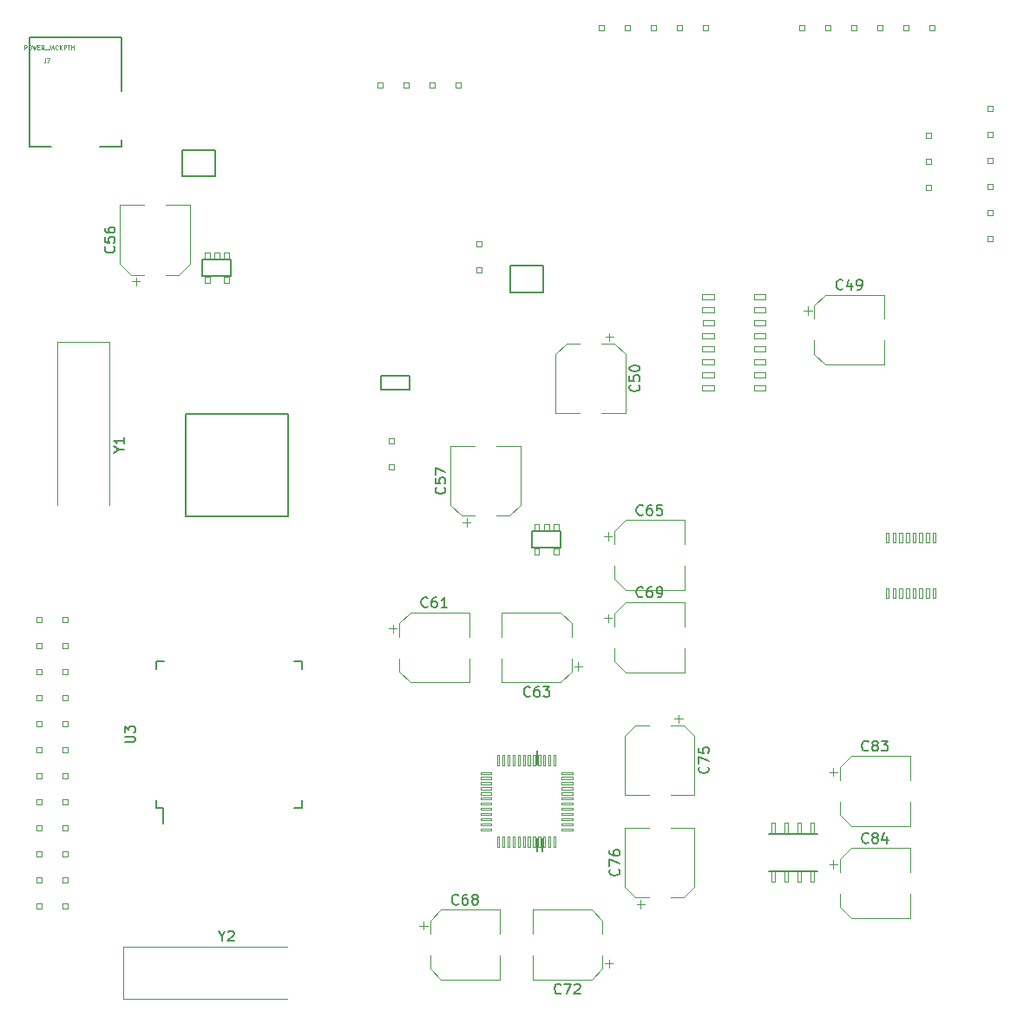
<source format=gbr>
G04 #@! TF.GenerationSoftware,KiCad,Pcbnew,5.0.2-bee76a0~70~ubuntu18.04.1*
G04 #@! TF.CreationDate,2019-12-02T21:21:03-05:00*
G04 #@! TF.ProjectId,synth-wavetable,73796e74-682d-4776-9176-657461626c65,rev?*
G04 #@! TF.SameCoordinates,Original*
G04 #@! TF.FileFunction,Legend,Top*
G04 #@! TF.FilePolarity,Positive*
%FSLAX46Y46*%
G04 Gerber Fmt 4.6, Leading zero omitted, Abs format (unit mm)*
G04 Created by KiCad (PCBNEW 5.0.2-bee76a0~70~ubuntu18.04.1) date Mon 02 Dec 2019 09:21:03 PM EST*
%MOMM*%
%LPD*%
G01*
G04 APERTURE LIST*
%ADD10C,0.120000*%
%ADD11C,0.066040*%
%ADD12C,0.203200*%
%ADD13C,0.150000*%
%ADD14C,0.152400*%
%ADD15C,0.127000*%
%ADD16C,0.025400*%
G04 APERTURE END LIST*
D10*
G04 #@! TO.C,C49*
X85910000Y-35160000D02*
X85910000Y-32810000D01*
X85910000Y-28340000D02*
X85910000Y-30690000D01*
X80154437Y-28340000D02*
X85910000Y-28340000D01*
X80154437Y-35160000D02*
X85910000Y-35160000D01*
X79090000Y-34095563D02*
X79090000Y-32810000D01*
X79090000Y-29404437D02*
X79090000Y-30690000D01*
X79090000Y-29404437D02*
X80154437Y-28340000D01*
X79090000Y-34095563D02*
X80154437Y-35160000D01*
X78062500Y-29902500D02*
X78850000Y-29902500D01*
X78456250Y-29508750D02*
X78456250Y-30296250D01*
G04 #@! TO.C,C50*
X53840000Y-39910000D02*
X56190000Y-39910000D01*
X60660000Y-39910000D02*
X58310000Y-39910000D01*
X60660000Y-34154437D02*
X60660000Y-39910000D01*
X53840000Y-34154437D02*
X53840000Y-39910000D01*
X54904437Y-33090000D02*
X56190000Y-33090000D01*
X59595563Y-33090000D02*
X58310000Y-33090000D01*
X59595563Y-33090000D02*
X60660000Y-34154437D01*
X54904437Y-33090000D02*
X53840000Y-34154437D01*
X59097500Y-32062500D02*
X59097500Y-32850000D01*
X59491250Y-32456250D02*
X58703750Y-32456250D01*
G04 #@! TO.C,C56*
X12508750Y-27043750D02*
X13296250Y-27043750D01*
X12902500Y-27437500D02*
X12902500Y-26650000D01*
X17095563Y-26410000D02*
X18160000Y-25345563D01*
X12404437Y-26410000D02*
X11340000Y-25345563D01*
X12404437Y-26410000D02*
X13690000Y-26410000D01*
X17095563Y-26410000D02*
X15810000Y-26410000D01*
X18160000Y-25345563D02*
X18160000Y-19590000D01*
X11340000Y-25345563D02*
X11340000Y-19590000D01*
X11340000Y-19590000D02*
X13690000Y-19590000D01*
X18160000Y-19590000D02*
X15810000Y-19590000D01*
G04 #@! TO.C,C57*
X50410000Y-43090000D02*
X48060000Y-43090000D01*
X43590000Y-43090000D02*
X45940000Y-43090000D01*
X43590000Y-48845563D02*
X43590000Y-43090000D01*
X50410000Y-48845563D02*
X50410000Y-43090000D01*
X49345563Y-49910000D02*
X48060000Y-49910000D01*
X44654437Y-49910000D02*
X45940000Y-49910000D01*
X44654437Y-49910000D02*
X43590000Y-48845563D01*
X49345563Y-49910000D02*
X50410000Y-48845563D01*
X45152500Y-50937500D02*
X45152500Y-50150000D01*
X44758750Y-50543750D02*
X45546250Y-50543750D01*
G04 #@! TO.C,C61*
X37956250Y-60508750D02*
X37956250Y-61296250D01*
X37562500Y-60902500D02*
X38350000Y-60902500D01*
X38590000Y-65095563D02*
X39654437Y-66160000D01*
X38590000Y-60404437D02*
X39654437Y-59340000D01*
X38590000Y-60404437D02*
X38590000Y-61690000D01*
X38590000Y-65095563D02*
X38590000Y-63810000D01*
X39654437Y-66160000D02*
X45410000Y-66160000D01*
X39654437Y-59340000D02*
X45410000Y-59340000D01*
X45410000Y-59340000D02*
X45410000Y-61690000D01*
X45410000Y-66160000D02*
X45410000Y-63810000D01*
G04 #@! TO.C,C63*
X56043750Y-64991250D02*
X56043750Y-64203750D01*
X56437500Y-64597500D02*
X55650000Y-64597500D01*
X55410000Y-60404437D02*
X54345563Y-59340000D01*
X55410000Y-65095563D02*
X54345563Y-66160000D01*
X55410000Y-65095563D02*
X55410000Y-63810000D01*
X55410000Y-60404437D02*
X55410000Y-61690000D01*
X54345563Y-59340000D02*
X48590000Y-59340000D01*
X54345563Y-66160000D02*
X48590000Y-66160000D01*
X48590000Y-66160000D02*
X48590000Y-63810000D01*
X48590000Y-59340000D02*
X48590000Y-61690000D01*
G04 #@! TO.C,C65*
X66410000Y-57160000D02*
X66410000Y-54810000D01*
X66410000Y-50340000D02*
X66410000Y-52690000D01*
X60654437Y-50340000D02*
X66410000Y-50340000D01*
X60654437Y-57160000D02*
X66410000Y-57160000D01*
X59590000Y-56095563D02*
X59590000Y-54810000D01*
X59590000Y-51404437D02*
X59590000Y-52690000D01*
X59590000Y-51404437D02*
X60654437Y-50340000D01*
X59590000Y-56095563D02*
X60654437Y-57160000D01*
X58562500Y-51902500D02*
X59350000Y-51902500D01*
X58956250Y-51508750D02*
X58956250Y-52296250D01*
G04 #@! TO.C,C68*
X48410000Y-95160000D02*
X48410000Y-92810000D01*
X48410000Y-88340000D02*
X48410000Y-90690000D01*
X42654437Y-88340000D02*
X48410000Y-88340000D01*
X42654437Y-95160000D02*
X48410000Y-95160000D01*
X41590000Y-94095563D02*
X41590000Y-92810000D01*
X41590000Y-89404437D02*
X41590000Y-90690000D01*
X41590000Y-89404437D02*
X42654437Y-88340000D01*
X41590000Y-94095563D02*
X42654437Y-95160000D01*
X40562500Y-89902500D02*
X41350000Y-89902500D01*
X40956250Y-89508750D02*
X40956250Y-90296250D01*
G04 #@! TO.C,C69*
X58956250Y-59508750D02*
X58956250Y-60296250D01*
X58562500Y-59902500D02*
X59350000Y-59902500D01*
X59590000Y-64095563D02*
X60654437Y-65160000D01*
X59590000Y-59404437D02*
X60654437Y-58340000D01*
X59590000Y-59404437D02*
X59590000Y-60690000D01*
X59590000Y-64095563D02*
X59590000Y-62810000D01*
X60654437Y-65160000D02*
X66410000Y-65160000D01*
X60654437Y-58340000D02*
X66410000Y-58340000D01*
X66410000Y-58340000D02*
X66410000Y-60690000D01*
X66410000Y-65160000D02*
X66410000Y-62810000D01*
G04 #@! TO.C,C72*
X59043750Y-93991250D02*
X59043750Y-93203750D01*
X59437500Y-93597500D02*
X58650000Y-93597500D01*
X58410000Y-89404437D02*
X57345563Y-88340000D01*
X58410000Y-94095563D02*
X57345563Y-95160000D01*
X58410000Y-94095563D02*
X58410000Y-92810000D01*
X58410000Y-89404437D02*
X58410000Y-90690000D01*
X57345563Y-88340000D02*
X51590000Y-88340000D01*
X57345563Y-95160000D02*
X51590000Y-95160000D01*
X51590000Y-95160000D02*
X51590000Y-92810000D01*
X51590000Y-88340000D02*
X51590000Y-90690000D01*
G04 #@! TO.C,C75*
X66241250Y-69706250D02*
X65453750Y-69706250D01*
X65847500Y-69312500D02*
X65847500Y-70100000D01*
X61654437Y-70340000D02*
X60590000Y-71404437D01*
X66345563Y-70340000D02*
X67410000Y-71404437D01*
X66345563Y-70340000D02*
X65060000Y-70340000D01*
X61654437Y-70340000D02*
X62940000Y-70340000D01*
X60590000Y-71404437D02*
X60590000Y-77160000D01*
X67410000Y-71404437D02*
X67410000Y-77160000D01*
X67410000Y-77160000D02*
X65060000Y-77160000D01*
X60590000Y-77160000D02*
X62940000Y-77160000D01*
G04 #@! TO.C,C76*
X67410000Y-80340000D02*
X65060000Y-80340000D01*
X60590000Y-80340000D02*
X62940000Y-80340000D01*
X60590000Y-86095563D02*
X60590000Y-80340000D01*
X67410000Y-86095563D02*
X67410000Y-80340000D01*
X66345563Y-87160000D02*
X65060000Y-87160000D01*
X61654437Y-87160000D02*
X62940000Y-87160000D01*
X61654437Y-87160000D02*
X60590000Y-86095563D01*
X66345563Y-87160000D02*
X67410000Y-86095563D01*
X62152500Y-88187500D02*
X62152500Y-87400000D01*
X61758750Y-87793750D02*
X62546250Y-87793750D01*
G04 #@! TO.C,C83*
X88410000Y-80160000D02*
X88410000Y-77810000D01*
X88410000Y-73340000D02*
X88410000Y-75690000D01*
X82654437Y-73340000D02*
X88410000Y-73340000D01*
X82654437Y-80160000D02*
X88410000Y-80160000D01*
X81590000Y-79095563D02*
X81590000Y-77810000D01*
X81590000Y-74404437D02*
X81590000Y-75690000D01*
X81590000Y-74404437D02*
X82654437Y-73340000D01*
X81590000Y-79095563D02*
X82654437Y-80160000D01*
X80562500Y-74902500D02*
X81350000Y-74902500D01*
X80956250Y-74508750D02*
X80956250Y-75296250D01*
G04 #@! TO.C,C84*
X80956250Y-83508750D02*
X80956250Y-84296250D01*
X80562500Y-83902500D02*
X81350000Y-83902500D01*
X81590000Y-88095563D02*
X82654437Y-89160000D01*
X81590000Y-83404437D02*
X82654437Y-82340000D01*
X81590000Y-83404437D02*
X81590000Y-84690000D01*
X81590000Y-88095563D02*
X81590000Y-86810000D01*
X82654437Y-89160000D02*
X88410000Y-89160000D01*
X82654437Y-82340000D02*
X88410000Y-82340000D01*
X88410000Y-82340000D02*
X88410000Y-84690000D01*
X88410000Y-89160000D02*
X88410000Y-86810000D01*
D11*
G04 #@! TO.C,J1*
X68246000Y-2504000D02*
X68754000Y-2504000D01*
X68754000Y-2504000D02*
X68754000Y-1996000D01*
X68246000Y-1996000D02*
X68754000Y-1996000D01*
X68246000Y-2504000D02*
X68246000Y-1996000D01*
X65706000Y-2504000D02*
X66214000Y-2504000D01*
X66214000Y-2504000D02*
X66214000Y-1996000D01*
X65706000Y-1996000D02*
X66214000Y-1996000D01*
X65706000Y-2504000D02*
X65706000Y-1996000D01*
X63166000Y-2504000D02*
X63674000Y-2504000D01*
X63674000Y-2504000D02*
X63674000Y-1996000D01*
X63166000Y-1996000D02*
X63674000Y-1996000D01*
X63166000Y-2504000D02*
X63166000Y-1996000D01*
X60626000Y-2504000D02*
X61134000Y-2504000D01*
X61134000Y-2504000D02*
X61134000Y-1996000D01*
X60626000Y-1996000D02*
X61134000Y-1996000D01*
X60626000Y-2504000D02*
X60626000Y-1996000D01*
X58086000Y-2504000D02*
X58594000Y-2504000D01*
X58594000Y-2504000D02*
X58594000Y-1996000D01*
X58086000Y-1996000D02*
X58594000Y-1996000D01*
X58086000Y-2504000D02*
X58086000Y-1996000D01*
G04 #@! TO.C,J3*
X46654000Y-26194000D02*
X46146000Y-26194000D01*
X46146000Y-26194000D02*
X46146000Y-25686000D01*
X46654000Y-25686000D02*
X46146000Y-25686000D01*
X46654000Y-26194000D02*
X46654000Y-25686000D01*
X46654000Y-23654000D02*
X46146000Y-23654000D01*
X46146000Y-23654000D02*
X46146000Y-23146000D01*
X46654000Y-23146000D02*
X46146000Y-23146000D01*
X46654000Y-23654000D02*
X46654000Y-23146000D01*
G04 #@! TO.C,J4*
X37546000Y-44886000D02*
X37546000Y-45394000D01*
X37546000Y-45394000D02*
X38054000Y-45394000D01*
X38054000Y-44886000D02*
X38054000Y-45394000D01*
X37546000Y-44886000D02*
X38054000Y-44886000D01*
X37546000Y-42346000D02*
X37546000Y-42854000D01*
X37546000Y-42854000D02*
X38054000Y-42854000D01*
X38054000Y-42346000D02*
X38054000Y-42854000D01*
X37546000Y-42346000D02*
X38054000Y-42346000D01*
G04 #@! TO.C,J5*
X90286000Y-2504000D02*
X90794000Y-2504000D01*
X90794000Y-2504000D02*
X90794000Y-1996000D01*
X90286000Y-1996000D02*
X90794000Y-1996000D01*
X90286000Y-2504000D02*
X90286000Y-1996000D01*
X87746000Y-2504000D02*
X88254000Y-2504000D01*
X88254000Y-2504000D02*
X88254000Y-1996000D01*
X87746000Y-1996000D02*
X88254000Y-1996000D01*
X87746000Y-2504000D02*
X87746000Y-1996000D01*
X85206000Y-2504000D02*
X85714000Y-2504000D01*
X85714000Y-2504000D02*
X85714000Y-1996000D01*
X85206000Y-1996000D02*
X85714000Y-1996000D01*
X85206000Y-2504000D02*
X85206000Y-1996000D01*
X82666000Y-2504000D02*
X83174000Y-2504000D01*
X83174000Y-2504000D02*
X83174000Y-1996000D01*
X82666000Y-1996000D02*
X83174000Y-1996000D01*
X82666000Y-2504000D02*
X82666000Y-1996000D01*
X80126000Y-2504000D02*
X80634000Y-2504000D01*
X80634000Y-2504000D02*
X80634000Y-1996000D01*
X80126000Y-1996000D02*
X80634000Y-1996000D01*
X80126000Y-2504000D02*
X80126000Y-1996000D01*
X77586000Y-2504000D02*
X78094000Y-2504000D01*
X78094000Y-2504000D02*
X78094000Y-1996000D01*
X77586000Y-1996000D02*
X78094000Y-1996000D01*
X77586000Y-2504000D02*
X77586000Y-1996000D01*
D12*
G04 #@! TO.C,U1*
X17751280Y-40001280D02*
X27748720Y-40001280D01*
X27748720Y-40001280D02*
X27748720Y-49998720D01*
X27748720Y-49998720D02*
X17751280Y-49998720D01*
X17751280Y-49998720D02*
X17751280Y-40001280D01*
D13*
G04 #@! TO.C,U3*
X14875000Y-78375000D02*
X15525000Y-78375000D01*
X14875000Y-64125000D02*
X15635000Y-64125000D01*
X29125000Y-64125000D02*
X28365000Y-64125000D01*
X29125000Y-78375000D02*
X28365000Y-78375000D01*
X14875000Y-78375000D02*
X14875000Y-77615000D01*
X29125000Y-78375000D02*
X29125000Y-77615000D01*
X29125000Y-64125000D02*
X29125000Y-64885000D01*
X14875000Y-64125000D02*
X14875000Y-64885000D01*
X15525000Y-78375000D02*
X15525000Y-79900000D01*
D14*
G04 #@! TO.C,U7*
X22199580Y-26499620D02*
X22199580Y-24904500D01*
X19400500Y-26499620D02*
X19400500Y-24904500D01*
X22199580Y-26499620D02*
X19400500Y-26499620D01*
X19400500Y-24904500D02*
X22199580Y-24904500D01*
D11*
X21998920Y-26550420D02*
X21998920Y-27200660D01*
X21998920Y-27200660D02*
X21498540Y-27200660D01*
X21498540Y-26550420D02*
X21498540Y-27200660D01*
X21998920Y-26550420D02*
X21498540Y-26550420D01*
X20101540Y-26550420D02*
X20101540Y-27200660D01*
X20101540Y-27200660D02*
X19601160Y-27200660D01*
X19601160Y-26550420D02*
X19601160Y-27200660D01*
X20101540Y-26550420D02*
X19601160Y-26550420D01*
X20101540Y-24203460D02*
X20101540Y-24853700D01*
X20101540Y-24853700D02*
X19601160Y-24853700D01*
X19601160Y-24203460D02*
X19601160Y-24853700D01*
X20101540Y-24203460D02*
X19601160Y-24203460D01*
X21048960Y-24203460D02*
X21048960Y-24853700D01*
X21048960Y-24853700D02*
X20551120Y-24853700D01*
X20551120Y-24203460D02*
X20551120Y-24853700D01*
X21048960Y-24203460D02*
X20551120Y-24203460D01*
X21998920Y-24203460D02*
X21998920Y-24853700D01*
X21998920Y-24853700D02*
X21498540Y-24853700D01*
X21498540Y-24203460D02*
X21498540Y-24853700D01*
X21998920Y-24203460D02*
X21498540Y-24203460D01*
G04 #@! TO.C,U8*
X54148840Y-50703460D02*
X53648460Y-50703460D01*
X53648460Y-50703460D02*
X53648460Y-51353700D01*
X54148840Y-51353700D02*
X53648460Y-51353700D01*
X54148840Y-50703460D02*
X54148840Y-51353700D01*
X53198880Y-50703460D02*
X52701040Y-50703460D01*
X52701040Y-50703460D02*
X52701040Y-51353700D01*
X53198880Y-51353700D02*
X52701040Y-51353700D01*
X53198880Y-50703460D02*
X53198880Y-51353700D01*
X52251460Y-50703460D02*
X51751080Y-50703460D01*
X51751080Y-50703460D02*
X51751080Y-51353700D01*
X52251460Y-51353700D02*
X51751080Y-51353700D01*
X52251460Y-50703460D02*
X52251460Y-51353700D01*
X52251460Y-53050420D02*
X51751080Y-53050420D01*
X51751080Y-53050420D02*
X51751080Y-53700660D01*
X52251460Y-53700660D02*
X51751080Y-53700660D01*
X52251460Y-53050420D02*
X52251460Y-53700660D01*
X54148840Y-53050420D02*
X53648460Y-53050420D01*
X53648460Y-53050420D02*
X53648460Y-53700660D01*
X54148840Y-53700660D02*
X53648460Y-53700660D01*
X54148840Y-53050420D02*
X54148840Y-53700660D01*
D14*
X51550420Y-51404500D02*
X54349500Y-51404500D01*
X54349500Y-52999620D02*
X51550420Y-52999620D01*
X51550420Y-52999620D02*
X51550420Y-51404500D01*
X54349500Y-52999620D02*
X54349500Y-51404500D01*
D11*
G04 #@! TO.C,U9*
X46501660Y-74900120D02*
X46501660Y-75100780D01*
X46501660Y-75100780D02*
X47550680Y-75100780D01*
X47550680Y-74900120D02*
X47550680Y-75100780D01*
X46501660Y-74900120D02*
X47550680Y-74900120D01*
X46501660Y-75400500D02*
X46501660Y-75601160D01*
X46501660Y-75601160D02*
X47550680Y-75601160D01*
X47550680Y-75400500D02*
X47550680Y-75601160D01*
X46501660Y-75400500D02*
X47550680Y-75400500D01*
X46501660Y-75900880D02*
X46501660Y-76101540D01*
X46501660Y-76101540D02*
X47550680Y-76101540D01*
X47550680Y-75900880D02*
X47550680Y-76101540D01*
X46501660Y-75900880D02*
X47550680Y-75900880D01*
X46501660Y-76401260D02*
X46501660Y-76601920D01*
X46501660Y-76601920D02*
X47550680Y-76601920D01*
X47550680Y-76401260D02*
X47550680Y-76601920D01*
X46501660Y-76401260D02*
X47550680Y-76401260D01*
X46501660Y-76901640D02*
X46501660Y-77102300D01*
X46501660Y-77102300D02*
X47550680Y-77102300D01*
X47550680Y-76901640D02*
X47550680Y-77102300D01*
X46501660Y-76901640D02*
X47550680Y-76901640D01*
X46501660Y-77402020D02*
X46501660Y-77600140D01*
X46501660Y-77600140D02*
X47550680Y-77600140D01*
X47550680Y-77402020D02*
X47550680Y-77600140D01*
X46501660Y-77402020D02*
X47550680Y-77402020D01*
X46501660Y-77899860D02*
X46501660Y-78097980D01*
X46501660Y-78097980D02*
X47550680Y-78097980D01*
X47550680Y-77899860D02*
X47550680Y-78097980D01*
X46501660Y-77899860D02*
X47550680Y-77899860D01*
X46501660Y-78397700D02*
X46501660Y-78598360D01*
X46501660Y-78598360D02*
X47550680Y-78598360D01*
X47550680Y-78397700D02*
X47550680Y-78598360D01*
X46501660Y-78397700D02*
X47550680Y-78397700D01*
X46501660Y-78898080D02*
X46501660Y-79098740D01*
X46501660Y-79098740D02*
X47550680Y-79098740D01*
X47550680Y-78898080D02*
X47550680Y-79098740D01*
X46501660Y-78898080D02*
X47550680Y-78898080D01*
X46501660Y-79398460D02*
X46501660Y-79599120D01*
X46501660Y-79599120D02*
X47550680Y-79599120D01*
X47550680Y-79398460D02*
X47550680Y-79599120D01*
X46501660Y-79398460D02*
X47550680Y-79398460D01*
X46501660Y-79898840D02*
X46501660Y-80099500D01*
X46501660Y-80099500D02*
X47550680Y-80099500D01*
X47550680Y-79898840D02*
X47550680Y-80099500D01*
X46501660Y-79898840D02*
X47550680Y-79898840D01*
X46501660Y-80399220D02*
X46501660Y-80599880D01*
X46501660Y-80599880D02*
X47550680Y-80599880D01*
X47550680Y-80399220D02*
X47550680Y-80599880D01*
X46501660Y-80399220D02*
X47550680Y-80399220D01*
X48150120Y-81199320D02*
X48150120Y-82248340D01*
X48150120Y-82248340D02*
X48350780Y-82248340D01*
X48350780Y-81199320D02*
X48350780Y-82248340D01*
X48150120Y-81199320D02*
X48350780Y-81199320D01*
X48650500Y-81199320D02*
X48650500Y-82248340D01*
X48650500Y-82248340D02*
X48851160Y-82248340D01*
X48851160Y-81199320D02*
X48851160Y-82248340D01*
X48650500Y-81199320D02*
X48851160Y-81199320D01*
X49150880Y-81199320D02*
X49150880Y-82248340D01*
X49150880Y-82248340D02*
X49351540Y-82248340D01*
X49351540Y-81199320D02*
X49351540Y-82248340D01*
X49150880Y-81199320D02*
X49351540Y-81199320D01*
X49651260Y-81199320D02*
X49651260Y-82248340D01*
X49651260Y-82248340D02*
X49851920Y-82248340D01*
X49851920Y-81199320D02*
X49851920Y-82248340D01*
X49651260Y-81199320D02*
X49851920Y-81199320D01*
X50151640Y-81199320D02*
X50151640Y-82248340D01*
X50151640Y-82248340D02*
X50352300Y-82248340D01*
X50352300Y-81199320D02*
X50352300Y-82248340D01*
X50151640Y-81199320D02*
X50352300Y-81199320D01*
X50652020Y-81199320D02*
X50652020Y-82248340D01*
X50652020Y-82248340D02*
X50850140Y-82248340D01*
X50850140Y-81199320D02*
X50850140Y-82248340D01*
X50652020Y-81199320D02*
X50850140Y-81199320D01*
X51149860Y-81199320D02*
X51149860Y-82248340D01*
X51149860Y-82248340D02*
X51347980Y-82248340D01*
X51347980Y-81199320D02*
X51347980Y-82248340D01*
X51149860Y-81199320D02*
X51347980Y-81199320D01*
X51647700Y-81199320D02*
X51647700Y-82248340D01*
X51647700Y-82248340D02*
X51848360Y-82248340D01*
X51848360Y-81199320D02*
X51848360Y-82248340D01*
X51647700Y-81199320D02*
X51848360Y-81199320D01*
X52148080Y-81199320D02*
X52148080Y-82248340D01*
X52148080Y-82248340D02*
X52348740Y-82248340D01*
X52348740Y-81199320D02*
X52348740Y-82248340D01*
X52148080Y-81199320D02*
X52348740Y-81199320D01*
X52648460Y-81199320D02*
X52648460Y-82248340D01*
X52648460Y-82248340D02*
X52849120Y-82248340D01*
X52849120Y-81199320D02*
X52849120Y-82248340D01*
X52648460Y-81199320D02*
X52849120Y-81199320D01*
X53148840Y-81199320D02*
X53148840Y-82248340D01*
X53148840Y-82248340D02*
X53349500Y-82248340D01*
X53349500Y-81199320D02*
X53349500Y-82248340D01*
X53148840Y-81199320D02*
X53349500Y-81199320D01*
X53649220Y-81199320D02*
X53649220Y-82248340D01*
X53649220Y-82248340D02*
X53849880Y-82248340D01*
X53849880Y-81199320D02*
X53849880Y-82248340D01*
X53649220Y-81199320D02*
X53849880Y-81199320D01*
X54449320Y-80399220D02*
X54449320Y-80599880D01*
X54449320Y-80599880D02*
X55498340Y-80599880D01*
X55498340Y-80399220D02*
X55498340Y-80599880D01*
X54449320Y-80399220D02*
X55498340Y-80399220D01*
X54449320Y-79898840D02*
X54449320Y-80099500D01*
X54449320Y-80099500D02*
X55498340Y-80099500D01*
X55498340Y-79898840D02*
X55498340Y-80099500D01*
X54449320Y-79898840D02*
X55498340Y-79898840D01*
X54449320Y-79398460D02*
X54449320Y-79599120D01*
X54449320Y-79599120D02*
X55498340Y-79599120D01*
X55498340Y-79398460D02*
X55498340Y-79599120D01*
X54449320Y-79398460D02*
X55498340Y-79398460D01*
X54449320Y-78898080D02*
X54449320Y-79098740D01*
X54449320Y-79098740D02*
X55498340Y-79098740D01*
X55498340Y-78898080D02*
X55498340Y-79098740D01*
X54449320Y-78898080D02*
X55498340Y-78898080D01*
X54449320Y-78397700D02*
X54449320Y-78598360D01*
X54449320Y-78598360D02*
X55498340Y-78598360D01*
X55498340Y-78397700D02*
X55498340Y-78598360D01*
X54449320Y-78397700D02*
X55498340Y-78397700D01*
X54449320Y-77899860D02*
X54449320Y-78097980D01*
X54449320Y-78097980D02*
X55498340Y-78097980D01*
X55498340Y-77899860D02*
X55498340Y-78097980D01*
X54449320Y-77899860D02*
X55498340Y-77899860D01*
X54449320Y-77402020D02*
X54449320Y-77600140D01*
X54449320Y-77600140D02*
X55498340Y-77600140D01*
X55498340Y-77402020D02*
X55498340Y-77600140D01*
X54449320Y-77402020D02*
X55498340Y-77402020D01*
X54449320Y-76901640D02*
X54449320Y-77102300D01*
X54449320Y-77102300D02*
X55498340Y-77102300D01*
X55498340Y-76901640D02*
X55498340Y-77102300D01*
X54449320Y-76901640D02*
X55498340Y-76901640D01*
X54449320Y-76401260D02*
X54449320Y-76601920D01*
X54449320Y-76601920D02*
X55498340Y-76601920D01*
X55498340Y-76401260D02*
X55498340Y-76601920D01*
X54449320Y-76401260D02*
X55498340Y-76401260D01*
X54449320Y-75900880D02*
X54449320Y-76101540D01*
X54449320Y-76101540D02*
X55498340Y-76101540D01*
X55498340Y-75900880D02*
X55498340Y-76101540D01*
X54449320Y-75900880D02*
X55498340Y-75900880D01*
X54449320Y-75400500D02*
X54449320Y-75601160D01*
X54449320Y-75601160D02*
X55498340Y-75601160D01*
X55498340Y-75400500D02*
X55498340Y-75601160D01*
X54449320Y-75400500D02*
X55498340Y-75400500D01*
X54449320Y-74900120D02*
X54449320Y-75100780D01*
X54449320Y-75100780D02*
X55498340Y-75100780D01*
X55498340Y-74900120D02*
X55498340Y-75100780D01*
X54449320Y-74900120D02*
X55498340Y-74900120D01*
X53649220Y-73251660D02*
X53649220Y-74300680D01*
X53649220Y-74300680D02*
X53849880Y-74300680D01*
X53849880Y-73251660D02*
X53849880Y-74300680D01*
X53649220Y-73251660D02*
X53849880Y-73251660D01*
X53148840Y-73251660D02*
X53148840Y-74300680D01*
X53148840Y-74300680D02*
X53349500Y-74300680D01*
X53349500Y-73251660D02*
X53349500Y-74300680D01*
X53148840Y-73251660D02*
X53349500Y-73251660D01*
X52648460Y-73251660D02*
X52648460Y-74300680D01*
X52648460Y-74300680D02*
X52849120Y-74300680D01*
X52849120Y-73251660D02*
X52849120Y-74300680D01*
X52648460Y-73251660D02*
X52849120Y-73251660D01*
X52148080Y-73251660D02*
X52148080Y-74300680D01*
X52148080Y-74300680D02*
X52348740Y-74300680D01*
X52348740Y-73251660D02*
X52348740Y-74300680D01*
X52148080Y-73251660D02*
X52348740Y-73251660D01*
X51647700Y-73251660D02*
X51647700Y-74300680D01*
X51647700Y-74300680D02*
X51848360Y-74300680D01*
X51848360Y-73251660D02*
X51848360Y-74300680D01*
X51647700Y-73251660D02*
X51848360Y-73251660D01*
X51149860Y-73251660D02*
X51149860Y-74300680D01*
X51149860Y-74300680D02*
X51347980Y-74300680D01*
X51347980Y-73251660D02*
X51347980Y-74300680D01*
X51149860Y-73251660D02*
X51347980Y-73251660D01*
X50652020Y-73251660D02*
X50652020Y-74300680D01*
X50652020Y-74300680D02*
X50850140Y-74300680D01*
X50850140Y-73251660D02*
X50850140Y-74300680D01*
X50652020Y-73251660D02*
X50850140Y-73251660D01*
X50151640Y-73251660D02*
X50151640Y-74300680D01*
X50151640Y-74300680D02*
X50352300Y-74300680D01*
X50352300Y-73251660D02*
X50352300Y-74300680D01*
X50151640Y-73251660D02*
X50352300Y-73251660D01*
X49651260Y-73251660D02*
X49651260Y-74300680D01*
X49651260Y-74300680D02*
X49851920Y-74300680D01*
X49851920Y-73251660D02*
X49851920Y-74300680D01*
X49651260Y-73251660D02*
X49851920Y-73251660D01*
X49150880Y-73251660D02*
X49150880Y-74300680D01*
X49150880Y-74300680D02*
X49351540Y-74300680D01*
X49351540Y-73251660D02*
X49351540Y-74300680D01*
X49150880Y-73251660D02*
X49351540Y-73251660D01*
X48650500Y-73251660D02*
X48650500Y-74300680D01*
X48650500Y-74300680D02*
X48851160Y-74300680D01*
X48851160Y-73251660D02*
X48851160Y-74300680D01*
X48650500Y-73251660D02*
X48851160Y-73251660D01*
X48150120Y-73251660D02*
X48150120Y-74300680D01*
X48150120Y-74300680D02*
X48350780Y-74300680D01*
X48350780Y-73251660D02*
X48350780Y-74300680D01*
X48150120Y-73251660D02*
X48350780Y-73251660D01*
X52473200Y-81328860D02*
X52473200Y-82677600D01*
X52473200Y-82677600D02*
X52524000Y-82677600D01*
X52524000Y-81328860D02*
X52524000Y-82677600D01*
X52473200Y-81328860D02*
X52524000Y-81328860D01*
X51965200Y-81328860D02*
X51965200Y-82677600D01*
X51965200Y-82677600D02*
X52016000Y-82677600D01*
X52016000Y-81328860D02*
X52016000Y-82677600D01*
X51965200Y-81328860D02*
X52016000Y-81328860D01*
X51965200Y-72822400D02*
X51965200Y-74194000D01*
X51965200Y-74194000D02*
X52016000Y-74194000D01*
X52016000Y-72822400D02*
X52016000Y-74194000D01*
X51965200Y-72822400D02*
X52016000Y-72822400D01*
D10*
G04 #@! TO.C,Y1*
X10300000Y-48900000D02*
X10300000Y-32925000D01*
X10300000Y-32925000D02*
X5200000Y-32925000D01*
X5200000Y-32925000D02*
X5200000Y-48900000D01*
G04 #@! TO.C,Y2*
X11675000Y-97050000D02*
X27650000Y-97050000D01*
X11675000Y-91950000D02*
X11675000Y-97050000D01*
X27650000Y-91950000D02*
X11675000Y-91950000D01*
D11*
G04 #@! TO.C,U10*
X79082800Y-79879800D02*
X78727200Y-79879800D01*
X78727200Y-79879800D02*
X78727200Y-80895800D01*
X79082800Y-80895800D02*
X78727200Y-80895800D01*
X79082800Y-79879800D02*
X79082800Y-80895800D01*
X77812800Y-79879800D02*
X77457200Y-79879800D01*
X77457200Y-79879800D02*
X77457200Y-80895800D01*
X77812800Y-80895800D02*
X77457200Y-80895800D01*
X77812800Y-79879800D02*
X77812800Y-80895800D01*
X76542800Y-79879800D02*
X76187200Y-79879800D01*
X76187200Y-79879800D02*
X76187200Y-80895800D01*
X76542800Y-80895800D02*
X76187200Y-80895800D01*
X76542800Y-79879800D02*
X76542800Y-80895800D01*
X75272800Y-79879800D02*
X74917200Y-79879800D01*
X74917200Y-79879800D02*
X74917200Y-80895800D01*
X75272800Y-80895800D02*
X74917200Y-80895800D01*
X75272800Y-79879800D02*
X75272800Y-80895800D01*
X79082800Y-84604200D02*
X78727200Y-84604200D01*
X78727200Y-84604200D02*
X78727200Y-85620200D01*
X79082800Y-85620200D02*
X78727200Y-85620200D01*
X79082800Y-84604200D02*
X79082800Y-85620200D01*
X77812800Y-84604200D02*
X77457200Y-84604200D01*
X77457200Y-84604200D02*
X77457200Y-85620200D01*
X77812800Y-85620200D02*
X77457200Y-85620200D01*
X77812800Y-84604200D02*
X77812800Y-85620200D01*
X76542800Y-84604200D02*
X76187200Y-84604200D01*
X76187200Y-84604200D02*
X76187200Y-85620200D01*
X76542800Y-85620200D02*
X76187200Y-85620200D01*
X76542800Y-84604200D02*
X76542800Y-85620200D01*
X75272800Y-84604200D02*
X74917200Y-84604200D01*
X74917200Y-84604200D02*
X74917200Y-85620200D01*
X75272800Y-85620200D02*
X74917200Y-85620200D01*
X75272800Y-84604200D02*
X75272800Y-85620200D01*
D14*
X79359660Y-80949140D02*
X74640340Y-80949140D01*
X74640340Y-84550860D02*
X79359660Y-84550860D01*
G04 #@! TO.C,Q1*
X36777600Y-37560580D02*
X36777600Y-36239780D01*
X36777600Y-36239780D02*
X39622400Y-36239780D01*
X39622400Y-36239780D02*
X39622400Y-37560580D01*
X39622400Y-37560580D02*
X36777600Y-37560580D01*
D11*
G04 #@! TO.C,U5*
X86376560Y-57947860D02*
X86376560Y-56997900D01*
X86376560Y-56997900D02*
X86076840Y-56997900D01*
X86076840Y-57947860D02*
X86076840Y-56997900D01*
X86376560Y-57947860D02*
X86076840Y-57947860D01*
X87026800Y-57947860D02*
X87026800Y-56997900D01*
X87026800Y-56997900D02*
X86727080Y-56997900D01*
X86727080Y-57947860D02*
X86727080Y-56997900D01*
X87026800Y-57947860D02*
X86727080Y-57947860D01*
X87677040Y-57947860D02*
X87677040Y-56997900D01*
X87677040Y-56997900D02*
X87377320Y-56997900D01*
X87377320Y-57947860D02*
X87377320Y-56997900D01*
X87677040Y-57947860D02*
X87377320Y-57947860D01*
X88327280Y-57947860D02*
X88327280Y-56997900D01*
X88327280Y-56997900D02*
X88025020Y-56997900D01*
X88025020Y-57947860D02*
X88025020Y-56997900D01*
X88327280Y-57947860D02*
X88025020Y-57947860D01*
X88974980Y-57947860D02*
X88974980Y-56997900D01*
X88974980Y-56997900D02*
X88672720Y-56997900D01*
X88672720Y-57947860D02*
X88672720Y-56997900D01*
X88974980Y-57947860D02*
X88672720Y-57947860D01*
X89622680Y-57947860D02*
X89622680Y-56997900D01*
X89622680Y-56997900D02*
X89322960Y-56997900D01*
X89322960Y-57947860D02*
X89322960Y-56997900D01*
X89622680Y-57947860D02*
X89322960Y-57947860D01*
X90272920Y-57947860D02*
X90272920Y-56997900D01*
X90272920Y-56997900D02*
X89973200Y-56997900D01*
X89973200Y-57947860D02*
X89973200Y-56997900D01*
X90272920Y-57947860D02*
X89973200Y-57947860D01*
X90923160Y-57947860D02*
X90923160Y-56997900D01*
X90923160Y-56997900D02*
X90623440Y-56997900D01*
X90623440Y-57947860D02*
X90623440Y-56997900D01*
X90923160Y-57947860D02*
X90623440Y-57947860D01*
X90923160Y-52502100D02*
X90923160Y-51552140D01*
X90923160Y-51552140D02*
X90623440Y-51552140D01*
X90623440Y-52502100D02*
X90623440Y-51552140D01*
X90923160Y-52502100D02*
X90623440Y-52502100D01*
X90272920Y-52502100D02*
X90272920Y-51552140D01*
X90272920Y-51552140D02*
X89973200Y-51552140D01*
X89973200Y-52502100D02*
X89973200Y-51552140D01*
X90272920Y-52502100D02*
X89973200Y-52502100D01*
X89622680Y-52502100D02*
X89622680Y-51552140D01*
X89622680Y-51552140D02*
X89322960Y-51552140D01*
X89322960Y-52502100D02*
X89322960Y-51552140D01*
X89622680Y-52502100D02*
X89322960Y-52502100D01*
X88974980Y-52502100D02*
X88974980Y-51552140D01*
X88974980Y-51552140D02*
X88672720Y-51552140D01*
X88672720Y-52502100D02*
X88672720Y-51552140D01*
X88974980Y-52502100D02*
X88672720Y-52502100D01*
X88327280Y-52502100D02*
X88327280Y-51552140D01*
X88327280Y-51552140D02*
X88025020Y-51552140D01*
X88025020Y-52502100D02*
X88025020Y-51552140D01*
X88327280Y-52502100D02*
X88025020Y-52502100D01*
X87677040Y-52502100D02*
X87677040Y-51552140D01*
X87677040Y-51552140D02*
X87377320Y-51552140D01*
X87377320Y-52502100D02*
X87377320Y-51552140D01*
X87677040Y-52502100D02*
X87377320Y-52502100D01*
X87026800Y-52502100D02*
X87026800Y-51552140D01*
X87026800Y-51552140D02*
X86727080Y-51552140D01*
X86727080Y-52502100D02*
X86727080Y-51552140D01*
X87026800Y-52502100D02*
X86727080Y-52502100D01*
X86376560Y-52502100D02*
X86376560Y-51552140D01*
X86376560Y-51552140D02*
X86076840Y-51552140D01*
X86076840Y-52502100D02*
X86076840Y-51552140D01*
X86376560Y-52502100D02*
X86076840Y-52502100D01*
G04 #@! TO.C,U4*
X73205800Y-32111000D02*
X73205800Y-32619000D01*
X73205800Y-32619000D02*
X74348800Y-32619000D01*
X74348800Y-32111000D02*
X74348800Y-32619000D01*
X73205800Y-32111000D02*
X74348800Y-32111000D01*
X68151200Y-28301000D02*
X68151200Y-28809000D01*
X68151200Y-28809000D02*
X69294200Y-28809000D01*
X69294200Y-28301000D02*
X69294200Y-28809000D01*
X68151200Y-28301000D02*
X69294200Y-28301000D01*
X68151200Y-29571000D02*
X68151200Y-30079000D01*
X68151200Y-30079000D02*
X69294200Y-30079000D01*
X69294200Y-29571000D02*
X69294200Y-30079000D01*
X68151200Y-29571000D02*
X69294200Y-29571000D01*
X68176600Y-30841000D02*
X68176600Y-31349000D01*
X68176600Y-31349000D02*
X69319600Y-31349000D01*
X69319600Y-30841000D02*
X69319600Y-31349000D01*
X68176600Y-30841000D02*
X69319600Y-30841000D01*
X68151200Y-32111000D02*
X68151200Y-32619000D01*
X68151200Y-32619000D02*
X69294200Y-32619000D01*
X69294200Y-32111000D02*
X69294200Y-32619000D01*
X68151200Y-32111000D02*
X69294200Y-32111000D01*
X73205800Y-30841000D02*
X73205800Y-31349000D01*
X73205800Y-31349000D02*
X74348800Y-31349000D01*
X74348800Y-30841000D02*
X74348800Y-31349000D01*
X73205800Y-30841000D02*
X74348800Y-30841000D01*
X73205800Y-29571000D02*
X73205800Y-30079000D01*
X73205800Y-30079000D02*
X74348800Y-30079000D01*
X74348800Y-29571000D02*
X74348800Y-30079000D01*
X73205800Y-29571000D02*
X74348800Y-29571000D01*
X73205800Y-28301000D02*
X73205800Y-28809000D01*
X73205800Y-28809000D02*
X74348800Y-28809000D01*
X74348800Y-28301000D02*
X74348800Y-28809000D01*
X73205800Y-28301000D02*
X74348800Y-28301000D01*
X68151200Y-33381000D02*
X68151200Y-33889000D01*
X68151200Y-33889000D02*
X69294200Y-33889000D01*
X69294200Y-33381000D02*
X69294200Y-33889000D01*
X68151200Y-33381000D02*
X69294200Y-33381000D01*
X68151200Y-34651000D02*
X68151200Y-35159000D01*
X68151200Y-35159000D02*
X69294200Y-35159000D01*
X69294200Y-34651000D02*
X69294200Y-35159000D01*
X68151200Y-34651000D02*
X69294200Y-34651000D01*
X68151200Y-35921000D02*
X68151200Y-36429000D01*
X68151200Y-36429000D02*
X69294200Y-36429000D01*
X69294200Y-35921000D02*
X69294200Y-36429000D01*
X68151200Y-35921000D02*
X69294200Y-35921000D01*
X68151200Y-37191000D02*
X68151200Y-37699000D01*
X68151200Y-37699000D02*
X69294200Y-37699000D01*
X69294200Y-37191000D02*
X69294200Y-37699000D01*
X68151200Y-37191000D02*
X69294200Y-37191000D01*
X73205800Y-33381000D02*
X73205800Y-33889000D01*
X73205800Y-33889000D02*
X74348800Y-33889000D01*
X74348800Y-33381000D02*
X74348800Y-33889000D01*
X73205800Y-33381000D02*
X74348800Y-33381000D01*
X73205800Y-34651000D02*
X73205800Y-35159000D01*
X73205800Y-35159000D02*
X74348800Y-35159000D01*
X74348800Y-34651000D02*
X74348800Y-35159000D01*
X73205800Y-34651000D02*
X74348800Y-34651000D01*
X73205800Y-35921000D02*
X73205800Y-36429000D01*
X73205800Y-36429000D02*
X74348800Y-36429000D01*
X74348800Y-35921000D02*
X74348800Y-36429000D01*
X73205800Y-35921000D02*
X74348800Y-35921000D01*
X73205800Y-37191000D02*
X73205800Y-37699000D01*
X73205800Y-37699000D02*
X74348800Y-37699000D01*
X74348800Y-37191000D02*
X74348800Y-37699000D01*
X73205800Y-37191000D02*
X74348800Y-37191000D01*
D15*
G04 #@! TO.C,D2*
X20597660Y-16797940D02*
X17402340Y-16797940D01*
X17402340Y-16797940D02*
X17402340Y-14202060D01*
X17402340Y-14202060D02*
X20597660Y-14202060D01*
X20597660Y-14202060D02*
X20597660Y-16797940D01*
D12*
G04 #@! TO.C,J7*
X11498340Y-13898220D02*
X9397760Y-13898220D01*
X11498340Y-3199740D02*
X11498340Y-8498180D01*
X11498340Y-13898220D02*
X11498340Y-13199720D01*
X2501660Y-3199740D02*
X2501660Y-13898220D01*
X2501660Y-13898220D02*
X4602240Y-13898220D01*
X2501660Y-3199740D02*
X11498340Y-3199740D01*
D11*
G04 #@! TO.C,J8*
X6254000Y-88254000D02*
X6254000Y-87746000D01*
X6254000Y-87746000D02*
X5746000Y-87746000D01*
X5746000Y-88254000D02*
X5746000Y-87746000D01*
X6254000Y-88254000D02*
X5746000Y-88254000D01*
X3714000Y-88254000D02*
X3714000Y-87746000D01*
X3714000Y-87746000D02*
X3206000Y-87746000D01*
X3206000Y-88254000D02*
X3206000Y-87746000D01*
X3714000Y-88254000D02*
X3206000Y-88254000D01*
X3714000Y-85714000D02*
X3714000Y-85206000D01*
X3714000Y-85206000D02*
X3206000Y-85206000D01*
X3206000Y-85714000D02*
X3206000Y-85206000D01*
X3714000Y-85714000D02*
X3206000Y-85714000D01*
X6254000Y-85714000D02*
X6254000Y-85206000D01*
X6254000Y-85206000D02*
X5746000Y-85206000D01*
X5746000Y-85714000D02*
X5746000Y-85206000D01*
X6254000Y-85714000D02*
X5746000Y-85714000D01*
X3714000Y-83174000D02*
X3714000Y-82666000D01*
X3714000Y-82666000D02*
X3206000Y-82666000D01*
X3206000Y-83174000D02*
X3206000Y-82666000D01*
X3714000Y-83174000D02*
X3206000Y-83174000D01*
X6254000Y-83174000D02*
X6254000Y-82666000D01*
X6254000Y-82666000D02*
X5746000Y-82666000D01*
X5746000Y-83174000D02*
X5746000Y-82666000D01*
X6254000Y-83174000D02*
X5746000Y-83174000D01*
X6254000Y-80634000D02*
X6254000Y-80126000D01*
X6254000Y-80126000D02*
X5746000Y-80126000D01*
X5746000Y-80634000D02*
X5746000Y-80126000D01*
X6254000Y-80634000D02*
X5746000Y-80634000D01*
X3714000Y-80634000D02*
X3714000Y-80126000D01*
X3714000Y-80126000D02*
X3206000Y-80126000D01*
X3206000Y-80634000D02*
X3206000Y-80126000D01*
X3714000Y-80634000D02*
X3206000Y-80634000D01*
X3714000Y-78094000D02*
X3714000Y-77586000D01*
X3714000Y-77586000D02*
X3206000Y-77586000D01*
X3206000Y-78094000D02*
X3206000Y-77586000D01*
X3714000Y-78094000D02*
X3206000Y-78094000D01*
X6254000Y-78094000D02*
X6254000Y-77586000D01*
X6254000Y-77586000D02*
X5746000Y-77586000D01*
X5746000Y-78094000D02*
X5746000Y-77586000D01*
X6254000Y-78094000D02*
X5746000Y-78094000D01*
X3714000Y-75554000D02*
X3714000Y-75046000D01*
X3714000Y-75046000D02*
X3206000Y-75046000D01*
X3206000Y-75554000D02*
X3206000Y-75046000D01*
X3714000Y-75554000D02*
X3206000Y-75554000D01*
X6254000Y-75554000D02*
X6254000Y-75046000D01*
X6254000Y-75046000D02*
X5746000Y-75046000D01*
X5746000Y-75554000D02*
X5746000Y-75046000D01*
X6254000Y-75554000D02*
X5746000Y-75554000D01*
X6254000Y-73014000D02*
X6254000Y-72506000D01*
X6254000Y-72506000D02*
X5746000Y-72506000D01*
X5746000Y-73014000D02*
X5746000Y-72506000D01*
X6254000Y-73014000D02*
X5746000Y-73014000D01*
X3714000Y-73014000D02*
X3714000Y-72506000D01*
X3714000Y-72506000D02*
X3206000Y-72506000D01*
X3206000Y-73014000D02*
X3206000Y-72506000D01*
X3714000Y-73014000D02*
X3206000Y-73014000D01*
X3714000Y-70474000D02*
X3714000Y-69966000D01*
X3714000Y-69966000D02*
X3206000Y-69966000D01*
X3206000Y-70474000D02*
X3206000Y-69966000D01*
X3714000Y-70474000D02*
X3206000Y-70474000D01*
X6254000Y-70474000D02*
X6254000Y-69966000D01*
X6254000Y-69966000D02*
X5746000Y-69966000D01*
X5746000Y-70474000D02*
X5746000Y-69966000D01*
X6254000Y-70474000D02*
X5746000Y-70474000D01*
X3714000Y-67934000D02*
X3714000Y-67426000D01*
X3714000Y-67426000D02*
X3206000Y-67426000D01*
X3206000Y-67934000D02*
X3206000Y-67426000D01*
X3714000Y-67934000D02*
X3206000Y-67934000D01*
X6254000Y-67934000D02*
X6254000Y-67426000D01*
X6254000Y-67426000D02*
X5746000Y-67426000D01*
X5746000Y-67934000D02*
X5746000Y-67426000D01*
X6254000Y-67934000D02*
X5746000Y-67934000D01*
X6254000Y-65394000D02*
X6254000Y-64886000D01*
X6254000Y-64886000D02*
X5746000Y-64886000D01*
X5746000Y-65394000D02*
X5746000Y-64886000D01*
X6254000Y-65394000D02*
X5746000Y-65394000D01*
X3714000Y-65394000D02*
X3714000Y-64886000D01*
X3714000Y-64886000D02*
X3206000Y-64886000D01*
X3206000Y-65394000D02*
X3206000Y-64886000D01*
X3714000Y-65394000D02*
X3206000Y-65394000D01*
X3714000Y-62854000D02*
X3714000Y-62346000D01*
X3714000Y-62346000D02*
X3206000Y-62346000D01*
X3206000Y-62854000D02*
X3206000Y-62346000D01*
X3714000Y-62854000D02*
X3206000Y-62854000D01*
X6254000Y-62854000D02*
X6254000Y-62346000D01*
X6254000Y-62346000D02*
X5746000Y-62346000D01*
X5746000Y-62854000D02*
X5746000Y-62346000D01*
X6254000Y-62854000D02*
X5746000Y-62854000D01*
X3714000Y-60314000D02*
X3714000Y-59806000D01*
X3714000Y-59806000D02*
X3206000Y-59806000D01*
X3206000Y-60314000D02*
X3206000Y-59806000D01*
X3714000Y-60314000D02*
X3206000Y-60314000D01*
X6254000Y-60314000D02*
X6254000Y-59806000D01*
X6254000Y-59806000D02*
X5746000Y-59806000D01*
X5746000Y-60314000D02*
X5746000Y-59806000D01*
X6254000Y-60314000D02*
X5746000Y-60314000D01*
D15*
G04 #@! TO.C,D1*
X49402340Y-25502060D02*
X52597660Y-25502060D01*
X52597660Y-25502060D02*
X52597660Y-28097940D01*
X52597660Y-28097940D02*
X49402340Y-28097940D01*
X49402340Y-28097940D02*
X49402340Y-25502060D01*
D11*
G04 #@! TO.C,J6*
X90454000Y-13074000D02*
X90454000Y-12566000D01*
X90454000Y-12566000D02*
X89946000Y-12566000D01*
X89946000Y-13074000D02*
X89946000Y-12566000D01*
X90454000Y-13074000D02*
X89946000Y-13074000D01*
X90454000Y-15614000D02*
X90454000Y-15106000D01*
X90454000Y-15106000D02*
X89946000Y-15106000D01*
X89946000Y-15614000D02*
X89946000Y-15106000D01*
X90454000Y-15614000D02*
X89946000Y-15614000D01*
X90454000Y-18154000D02*
X90454000Y-17646000D01*
X90454000Y-17646000D02*
X89946000Y-17646000D01*
X89946000Y-18154000D02*
X89946000Y-17646000D01*
X90454000Y-18154000D02*
X89946000Y-18154000D01*
G04 #@! TO.C,J9*
X95946000Y-22626000D02*
X95946000Y-23134000D01*
X95946000Y-23134000D02*
X96454000Y-23134000D01*
X96454000Y-22626000D02*
X96454000Y-23134000D01*
X95946000Y-22626000D02*
X96454000Y-22626000D01*
X95946000Y-20086000D02*
X95946000Y-20594000D01*
X95946000Y-20594000D02*
X96454000Y-20594000D01*
X96454000Y-20086000D02*
X96454000Y-20594000D01*
X95946000Y-20086000D02*
X96454000Y-20086000D01*
X95946000Y-17546000D02*
X95946000Y-18054000D01*
X95946000Y-18054000D02*
X96454000Y-18054000D01*
X96454000Y-17546000D02*
X96454000Y-18054000D01*
X95946000Y-17546000D02*
X96454000Y-17546000D01*
X95946000Y-15006000D02*
X95946000Y-15514000D01*
X95946000Y-15514000D02*
X96454000Y-15514000D01*
X96454000Y-15006000D02*
X96454000Y-15514000D01*
X95946000Y-15006000D02*
X96454000Y-15006000D01*
X95946000Y-12466000D02*
X95946000Y-12974000D01*
X95946000Y-12974000D02*
X96454000Y-12974000D01*
X96454000Y-12466000D02*
X96454000Y-12974000D01*
X95946000Y-12466000D02*
X96454000Y-12466000D01*
X95946000Y-9926000D02*
X95946000Y-10434000D01*
X95946000Y-10434000D02*
X96454000Y-10434000D01*
X96454000Y-9926000D02*
X96454000Y-10434000D01*
X95946000Y-9926000D02*
X96454000Y-9926000D01*
G04 #@! TO.C,J2*
X44126000Y-8154000D02*
X44634000Y-8154000D01*
X44634000Y-8154000D02*
X44634000Y-7646000D01*
X44126000Y-7646000D02*
X44634000Y-7646000D01*
X44126000Y-8154000D02*
X44126000Y-7646000D01*
X41586000Y-8154000D02*
X42094000Y-8154000D01*
X42094000Y-8154000D02*
X42094000Y-7646000D01*
X41586000Y-7646000D02*
X42094000Y-7646000D01*
X41586000Y-8154000D02*
X41586000Y-7646000D01*
X39046000Y-8154000D02*
X39554000Y-8154000D01*
X39554000Y-8154000D02*
X39554000Y-7646000D01*
X39046000Y-7646000D02*
X39554000Y-7646000D01*
X39046000Y-8154000D02*
X39046000Y-7646000D01*
X36506000Y-8154000D02*
X37014000Y-8154000D01*
X37014000Y-8154000D02*
X37014000Y-7646000D01*
X36506000Y-7646000D02*
X37014000Y-7646000D01*
X36506000Y-8154000D02*
X36506000Y-7646000D01*
G04 #@! TO.C,C49*
D13*
X81857142Y-27757142D02*
X81809523Y-27804761D01*
X81666666Y-27852380D01*
X81571428Y-27852380D01*
X81428571Y-27804761D01*
X81333333Y-27709523D01*
X81285714Y-27614285D01*
X81238095Y-27423809D01*
X81238095Y-27280952D01*
X81285714Y-27090476D01*
X81333333Y-26995238D01*
X81428571Y-26900000D01*
X81571428Y-26852380D01*
X81666666Y-26852380D01*
X81809523Y-26900000D01*
X81857142Y-26947619D01*
X82714285Y-27185714D02*
X82714285Y-27852380D01*
X82476190Y-26804761D02*
X82238095Y-27519047D01*
X82857142Y-27519047D01*
X83285714Y-27852380D02*
X83476190Y-27852380D01*
X83571428Y-27804761D01*
X83619047Y-27757142D01*
X83714285Y-27614285D01*
X83761904Y-27423809D01*
X83761904Y-27042857D01*
X83714285Y-26947619D01*
X83666666Y-26900000D01*
X83571428Y-26852380D01*
X83380952Y-26852380D01*
X83285714Y-26900000D01*
X83238095Y-26947619D01*
X83190476Y-27042857D01*
X83190476Y-27280952D01*
X83238095Y-27376190D01*
X83285714Y-27423809D01*
X83380952Y-27471428D01*
X83571428Y-27471428D01*
X83666666Y-27423809D01*
X83714285Y-27376190D01*
X83761904Y-27280952D01*
G04 #@! TO.C,C50*
X61957142Y-37142857D02*
X62004761Y-37190476D01*
X62052380Y-37333333D01*
X62052380Y-37428571D01*
X62004761Y-37571428D01*
X61909523Y-37666666D01*
X61814285Y-37714285D01*
X61623809Y-37761904D01*
X61480952Y-37761904D01*
X61290476Y-37714285D01*
X61195238Y-37666666D01*
X61100000Y-37571428D01*
X61052380Y-37428571D01*
X61052380Y-37333333D01*
X61100000Y-37190476D01*
X61147619Y-37142857D01*
X61052380Y-36238095D02*
X61052380Y-36714285D01*
X61528571Y-36761904D01*
X61480952Y-36714285D01*
X61433333Y-36619047D01*
X61433333Y-36380952D01*
X61480952Y-36285714D01*
X61528571Y-36238095D01*
X61623809Y-36190476D01*
X61861904Y-36190476D01*
X61957142Y-36238095D01*
X62004761Y-36285714D01*
X62052380Y-36380952D01*
X62052380Y-36619047D01*
X62004761Y-36714285D01*
X61957142Y-36761904D01*
X61052380Y-35571428D02*
X61052380Y-35476190D01*
X61100000Y-35380952D01*
X61147619Y-35333333D01*
X61242857Y-35285714D01*
X61433333Y-35238095D01*
X61671428Y-35238095D01*
X61861904Y-35285714D01*
X61957142Y-35333333D01*
X62004761Y-35380952D01*
X62052380Y-35476190D01*
X62052380Y-35571428D01*
X62004761Y-35666666D01*
X61957142Y-35714285D01*
X61861904Y-35761904D01*
X61671428Y-35809523D01*
X61433333Y-35809523D01*
X61242857Y-35761904D01*
X61147619Y-35714285D01*
X61100000Y-35666666D01*
X61052380Y-35571428D01*
G04 #@! TO.C,C56*
X10757142Y-23642857D02*
X10804761Y-23690476D01*
X10852380Y-23833333D01*
X10852380Y-23928571D01*
X10804761Y-24071428D01*
X10709523Y-24166666D01*
X10614285Y-24214285D01*
X10423809Y-24261904D01*
X10280952Y-24261904D01*
X10090476Y-24214285D01*
X9995238Y-24166666D01*
X9900000Y-24071428D01*
X9852380Y-23928571D01*
X9852380Y-23833333D01*
X9900000Y-23690476D01*
X9947619Y-23642857D01*
X9852380Y-22738095D02*
X9852380Y-23214285D01*
X10328571Y-23261904D01*
X10280952Y-23214285D01*
X10233333Y-23119047D01*
X10233333Y-22880952D01*
X10280952Y-22785714D01*
X10328571Y-22738095D01*
X10423809Y-22690476D01*
X10661904Y-22690476D01*
X10757142Y-22738095D01*
X10804761Y-22785714D01*
X10852380Y-22880952D01*
X10852380Y-23119047D01*
X10804761Y-23214285D01*
X10757142Y-23261904D01*
X9852380Y-21833333D02*
X9852380Y-22023809D01*
X9900000Y-22119047D01*
X9947619Y-22166666D01*
X10090476Y-22261904D01*
X10280952Y-22309523D01*
X10661904Y-22309523D01*
X10757142Y-22261904D01*
X10804761Y-22214285D01*
X10852380Y-22119047D01*
X10852380Y-21928571D01*
X10804761Y-21833333D01*
X10757142Y-21785714D01*
X10661904Y-21738095D01*
X10423809Y-21738095D01*
X10328571Y-21785714D01*
X10280952Y-21833333D01*
X10233333Y-21928571D01*
X10233333Y-22119047D01*
X10280952Y-22214285D01*
X10328571Y-22261904D01*
X10423809Y-22309523D01*
G04 #@! TO.C,C57*
X43007142Y-47142857D02*
X43054761Y-47190476D01*
X43102380Y-47333333D01*
X43102380Y-47428571D01*
X43054761Y-47571428D01*
X42959523Y-47666666D01*
X42864285Y-47714285D01*
X42673809Y-47761904D01*
X42530952Y-47761904D01*
X42340476Y-47714285D01*
X42245238Y-47666666D01*
X42150000Y-47571428D01*
X42102380Y-47428571D01*
X42102380Y-47333333D01*
X42150000Y-47190476D01*
X42197619Y-47142857D01*
X42102380Y-46238095D02*
X42102380Y-46714285D01*
X42578571Y-46761904D01*
X42530952Y-46714285D01*
X42483333Y-46619047D01*
X42483333Y-46380952D01*
X42530952Y-46285714D01*
X42578571Y-46238095D01*
X42673809Y-46190476D01*
X42911904Y-46190476D01*
X43007142Y-46238095D01*
X43054761Y-46285714D01*
X43102380Y-46380952D01*
X43102380Y-46619047D01*
X43054761Y-46714285D01*
X43007142Y-46761904D01*
X42102380Y-45857142D02*
X42102380Y-45190476D01*
X43102380Y-45619047D01*
G04 #@! TO.C,C61*
X41357142Y-58757142D02*
X41309523Y-58804761D01*
X41166666Y-58852380D01*
X41071428Y-58852380D01*
X40928571Y-58804761D01*
X40833333Y-58709523D01*
X40785714Y-58614285D01*
X40738095Y-58423809D01*
X40738095Y-58280952D01*
X40785714Y-58090476D01*
X40833333Y-57995238D01*
X40928571Y-57900000D01*
X41071428Y-57852380D01*
X41166666Y-57852380D01*
X41309523Y-57900000D01*
X41357142Y-57947619D01*
X42214285Y-57852380D02*
X42023809Y-57852380D01*
X41928571Y-57900000D01*
X41880952Y-57947619D01*
X41785714Y-58090476D01*
X41738095Y-58280952D01*
X41738095Y-58661904D01*
X41785714Y-58757142D01*
X41833333Y-58804761D01*
X41928571Y-58852380D01*
X42119047Y-58852380D01*
X42214285Y-58804761D01*
X42261904Y-58757142D01*
X42309523Y-58661904D01*
X42309523Y-58423809D01*
X42261904Y-58328571D01*
X42214285Y-58280952D01*
X42119047Y-58233333D01*
X41928571Y-58233333D01*
X41833333Y-58280952D01*
X41785714Y-58328571D01*
X41738095Y-58423809D01*
X43261904Y-58852380D02*
X42690476Y-58852380D01*
X42976190Y-58852380D02*
X42976190Y-57852380D01*
X42880952Y-57995238D01*
X42785714Y-58090476D01*
X42690476Y-58138095D01*
G04 #@! TO.C,C63*
X51357142Y-67457142D02*
X51309523Y-67504761D01*
X51166666Y-67552380D01*
X51071428Y-67552380D01*
X50928571Y-67504761D01*
X50833333Y-67409523D01*
X50785714Y-67314285D01*
X50738095Y-67123809D01*
X50738095Y-66980952D01*
X50785714Y-66790476D01*
X50833333Y-66695238D01*
X50928571Y-66600000D01*
X51071428Y-66552380D01*
X51166666Y-66552380D01*
X51309523Y-66600000D01*
X51357142Y-66647619D01*
X52214285Y-66552380D02*
X52023809Y-66552380D01*
X51928571Y-66600000D01*
X51880952Y-66647619D01*
X51785714Y-66790476D01*
X51738095Y-66980952D01*
X51738095Y-67361904D01*
X51785714Y-67457142D01*
X51833333Y-67504761D01*
X51928571Y-67552380D01*
X52119047Y-67552380D01*
X52214285Y-67504761D01*
X52261904Y-67457142D01*
X52309523Y-67361904D01*
X52309523Y-67123809D01*
X52261904Y-67028571D01*
X52214285Y-66980952D01*
X52119047Y-66933333D01*
X51928571Y-66933333D01*
X51833333Y-66980952D01*
X51785714Y-67028571D01*
X51738095Y-67123809D01*
X52642857Y-66552380D02*
X53261904Y-66552380D01*
X52928571Y-66933333D01*
X53071428Y-66933333D01*
X53166666Y-66980952D01*
X53214285Y-67028571D01*
X53261904Y-67123809D01*
X53261904Y-67361904D01*
X53214285Y-67457142D01*
X53166666Y-67504761D01*
X53071428Y-67552380D01*
X52785714Y-67552380D01*
X52690476Y-67504761D01*
X52642857Y-67457142D01*
G04 #@! TO.C,C65*
X62357142Y-49757142D02*
X62309523Y-49804761D01*
X62166666Y-49852380D01*
X62071428Y-49852380D01*
X61928571Y-49804761D01*
X61833333Y-49709523D01*
X61785714Y-49614285D01*
X61738095Y-49423809D01*
X61738095Y-49280952D01*
X61785714Y-49090476D01*
X61833333Y-48995238D01*
X61928571Y-48900000D01*
X62071428Y-48852380D01*
X62166666Y-48852380D01*
X62309523Y-48900000D01*
X62357142Y-48947619D01*
X63214285Y-48852380D02*
X63023809Y-48852380D01*
X62928571Y-48900000D01*
X62880952Y-48947619D01*
X62785714Y-49090476D01*
X62738095Y-49280952D01*
X62738095Y-49661904D01*
X62785714Y-49757142D01*
X62833333Y-49804761D01*
X62928571Y-49852380D01*
X63119047Y-49852380D01*
X63214285Y-49804761D01*
X63261904Y-49757142D01*
X63309523Y-49661904D01*
X63309523Y-49423809D01*
X63261904Y-49328571D01*
X63214285Y-49280952D01*
X63119047Y-49233333D01*
X62928571Y-49233333D01*
X62833333Y-49280952D01*
X62785714Y-49328571D01*
X62738095Y-49423809D01*
X64214285Y-48852380D02*
X63738095Y-48852380D01*
X63690476Y-49328571D01*
X63738095Y-49280952D01*
X63833333Y-49233333D01*
X64071428Y-49233333D01*
X64166666Y-49280952D01*
X64214285Y-49328571D01*
X64261904Y-49423809D01*
X64261904Y-49661904D01*
X64214285Y-49757142D01*
X64166666Y-49804761D01*
X64071428Y-49852380D01*
X63833333Y-49852380D01*
X63738095Y-49804761D01*
X63690476Y-49757142D01*
G04 #@! TO.C,C68*
X44357142Y-87757142D02*
X44309523Y-87804761D01*
X44166666Y-87852380D01*
X44071428Y-87852380D01*
X43928571Y-87804761D01*
X43833333Y-87709523D01*
X43785714Y-87614285D01*
X43738095Y-87423809D01*
X43738095Y-87280952D01*
X43785714Y-87090476D01*
X43833333Y-86995238D01*
X43928571Y-86900000D01*
X44071428Y-86852380D01*
X44166666Y-86852380D01*
X44309523Y-86900000D01*
X44357142Y-86947619D01*
X45214285Y-86852380D02*
X45023809Y-86852380D01*
X44928571Y-86900000D01*
X44880952Y-86947619D01*
X44785714Y-87090476D01*
X44738095Y-87280952D01*
X44738095Y-87661904D01*
X44785714Y-87757142D01*
X44833333Y-87804761D01*
X44928571Y-87852380D01*
X45119047Y-87852380D01*
X45214285Y-87804761D01*
X45261904Y-87757142D01*
X45309523Y-87661904D01*
X45309523Y-87423809D01*
X45261904Y-87328571D01*
X45214285Y-87280952D01*
X45119047Y-87233333D01*
X44928571Y-87233333D01*
X44833333Y-87280952D01*
X44785714Y-87328571D01*
X44738095Y-87423809D01*
X45880952Y-87280952D02*
X45785714Y-87233333D01*
X45738095Y-87185714D01*
X45690476Y-87090476D01*
X45690476Y-87042857D01*
X45738095Y-86947619D01*
X45785714Y-86900000D01*
X45880952Y-86852380D01*
X46071428Y-86852380D01*
X46166666Y-86900000D01*
X46214285Y-86947619D01*
X46261904Y-87042857D01*
X46261904Y-87090476D01*
X46214285Y-87185714D01*
X46166666Y-87233333D01*
X46071428Y-87280952D01*
X45880952Y-87280952D01*
X45785714Y-87328571D01*
X45738095Y-87376190D01*
X45690476Y-87471428D01*
X45690476Y-87661904D01*
X45738095Y-87757142D01*
X45785714Y-87804761D01*
X45880952Y-87852380D01*
X46071428Y-87852380D01*
X46166666Y-87804761D01*
X46214285Y-87757142D01*
X46261904Y-87661904D01*
X46261904Y-87471428D01*
X46214285Y-87376190D01*
X46166666Y-87328571D01*
X46071428Y-87280952D01*
G04 #@! TO.C,C69*
X62357142Y-57757142D02*
X62309523Y-57804761D01*
X62166666Y-57852380D01*
X62071428Y-57852380D01*
X61928571Y-57804761D01*
X61833333Y-57709523D01*
X61785714Y-57614285D01*
X61738095Y-57423809D01*
X61738095Y-57280952D01*
X61785714Y-57090476D01*
X61833333Y-56995238D01*
X61928571Y-56900000D01*
X62071428Y-56852380D01*
X62166666Y-56852380D01*
X62309523Y-56900000D01*
X62357142Y-56947619D01*
X63214285Y-56852380D02*
X63023809Y-56852380D01*
X62928571Y-56900000D01*
X62880952Y-56947619D01*
X62785714Y-57090476D01*
X62738095Y-57280952D01*
X62738095Y-57661904D01*
X62785714Y-57757142D01*
X62833333Y-57804761D01*
X62928571Y-57852380D01*
X63119047Y-57852380D01*
X63214285Y-57804761D01*
X63261904Y-57757142D01*
X63309523Y-57661904D01*
X63309523Y-57423809D01*
X63261904Y-57328571D01*
X63214285Y-57280952D01*
X63119047Y-57233333D01*
X62928571Y-57233333D01*
X62833333Y-57280952D01*
X62785714Y-57328571D01*
X62738095Y-57423809D01*
X63785714Y-57852380D02*
X63976190Y-57852380D01*
X64071428Y-57804761D01*
X64119047Y-57757142D01*
X64214285Y-57614285D01*
X64261904Y-57423809D01*
X64261904Y-57042857D01*
X64214285Y-56947619D01*
X64166666Y-56900000D01*
X64071428Y-56852380D01*
X63880952Y-56852380D01*
X63785714Y-56900000D01*
X63738095Y-56947619D01*
X63690476Y-57042857D01*
X63690476Y-57280952D01*
X63738095Y-57376190D01*
X63785714Y-57423809D01*
X63880952Y-57471428D01*
X64071428Y-57471428D01*
X64166666Y-57423809D01*
X64214285Y-57376190D01*
X64261904Y-57280952D01*
G04 #@! TO.C,C72*
X54357142Y-96457142D02*
X54309523Y-96504761D01*
X54166666Y-96552380D01*
X54071428Y-96552380D01*
X53928571Y-96504761D01*
X53833333Y-96409523D01*
X53785714Y-96314285D01*
X53738095Y-96123809D01*
X53738095Y-95980952D01*
X53785714Y-95790476D01*
X53833333Y-95695238D01*
X53928571Y-95600000D01*
X54071428Y-95552380D01*
X54166666Y-95552380D01*
X54309523Y-95600000D01*
X54357142Y-95647619D01*
X54690476Y-95552380D02*
X55357142Y-95552380D01*
X54928571Y-96552380D01*
X55690476Y-95647619D02*
X55738095Y-95600000D01*
X55833333Y-95552380D01*
X56071428Y-95552380D01*
X56166666Y-95600000D01*
X56214285Y-95647619D01*
X56261904Y-95742857D01*
X56261904Y-95838095D01*
X56214285Y-95980952D01*
X55642857Y-96552380D01*
X56261904Y-96552380D01*
G04 #@! TO.C,C75*
X68707142Y-74392857D02*
X68754761Y-74440476D01*
X68802380Y-74583333D01*
X68802380Y-74678571D01*
X68754761Y-74821428D01*
X68659523Y-74916666D01*
X68564285Y-74964285D01*
X68373809Y-75011904D01*
X68230952Y-75011904D01*
X68040476Y-74964285D01*
X67945238Y-74916666D01*
X67850000Y-74821428D01*
X67802380Y-74678571D01*
X67802380Y-74583333D01*
X67850000Y-74440476D01*
X67897619Y-74392857D01*
X67802380Y-74059523D02*
X67802380Y-73392857D01*
X68802380Y-73821428D01*
X67802380Y-72535714D02*
X67802380Y-73011904D01*
X68278571Y-73059523D01*
X68230952Y-73011904D01*
X68183333Y-72916666D01*
X68183333Y-72678571D01*
X68230952Y-72583333D01*
X68278571Y-72535714D01*
X68373809Y-72488095D01*
X68611904Y-72488095D01*
X68707142Y-72535714D01*
X68754761Y-72583333D01*
X68802380Y-72678571D01*
X68802380Y-72916666D01*
X68754761Y-73011904D01*
X68707142Y-73059523D01*
G04 #@! TO.C,C76*
X60007142Y-84392857D02*
X60054761Y-84440476D01*
X60102380Y-84583333D01*
X60102380Y-84678571D01*
X60054761Y-84821428D01*
X59959523Y-84916666D01*
X59864285Y-84964285D01*
X59673809Y-85011904D01*
X59530952Y-85011904D01*
X59340476Y-84964285D01*
X59245238Y-84916666D01*
X59150000Y-84821428D01*
X59102380Y-84678571D01*
X59102380Y-84583333D01*
X59150000Y-84440476D01*
X59197619Y-84392857D01*
X59102380Y-84059523D02*
X59102380Y-83392857D01*
X60102380Y-83821428D01*
X59102380Y-82583333D02*
X59102380Y-82773809D01*
X59150000Y-82869047D01*
X59197619Y-82916666D01*
X59340476Y-83011904D01*
X59530952Y-83059523D01*
X59911904Y-83059523D01*
X60007142Y-83011904D01*
X60054761Y-82964285D01*
X60102380Y-82869047D01*
X60102380Y-82678571D01*
X60054761Y-82583333D01*
X60007142Y-82535714D01*
X59911904Y-82488095D01*
X59673809Y-82488095D01*
X59578571Y-82535714D01*
X59530952Y-82583333D01*
X59483333Y-82678571D01*
X59483333Y-82869047D01*
X59530952Y-82964285D01*
X59578571Y-83011904D01*
X59673809Y-83059523D01*
G04 #@! TO.C,C83*
X84357142Y-72757142D02*
X84309523Y-72804761D01*
X84166666Y-72852380D01*
X84071428Y-72852380D01*
X83928571Y-72804761D01*
X83833333Y-72709523D01*
X83785714Y-72614285D01*
X83738095Y-72423809D01*
X83738095Y-72280952D01*
X83785714Y-72090476D01*
X83833333Y-71995238D01*
X83928571Y-71900000D01*
X84071428Y-71852380D01*
X84166666Y-71852380D01*
X84309523Y-71900000D01*
X84357142Y-71947619D01*
X84928571Y-72280952D02*
X84833333Y-72233333D01*
X84785714Y-72185714D01*
X84738095Y-72090476D01*
X84738095Y-72042857D01*
X84785714Y-71947619D01*
X84833333Y-71900000D01*
X84928571Y-71852380D01*
X85119047Y-71852380D01*
X85214285Y-71900000D01*
X85261904Y-71947619D01*
X85309523Y-72042857D01*
X85309523Y-72090476D01*
X85261904Y-72185714D01*
X85214285Y-72233333D01*
X85119047Y-72280952D01*
X84928571Y-72280952D01*
X84833333Y-72328571D01*
X84785714Y-72376190D01*
X84738095Y-72471428D01*
X84738095Y-72661904D01*
X84785714Y-72757142D01*
X84833333Y-72804761D01*
X84928571Y-72852380D01*
X85119047Y-72852380D01*
X85214285Y-72804761D01*
X85261904Y-72757142D01*
X85309523Y-72661904D01*
X85309523Y-72471428D01*
X85261904Y-72376190D01*
X85214285Y-72328571D01*
X85119047Y-72280952D01*
X85642857Y-71852380D02*
X86261904Y-71852380D01*
X85928571Y-72233333D01*
X86071428Y-72233333D01*
X86166666Y-72280952D01*
X86214285Y-72328571D01*
X86261904Y-72423809D01*
X86261904Y-72661904D01*
X86214285Y-72757142D01*
X86166666Y-72804761D01*
X86071428Y-72852380D01*
X85785714Y-72852380D01*
X85690476Y-72804761D01*
X85642857Y-72757142D01*
G04 #@! TO.C,C84*
X84357142Y-81757142D02*
X84309523Y-81804761D01*
X84166666Y-81852380D01*
X84071428Y-81852380D01*
X83928571Y-81804761D01*
X83833333Y-81709523D01*
X83785714Y-81614285D01*
X83738095Y-81423809D01*
X83738095Y-81280952D01*
X83785714Y-81090476D01*
X83833333Y-80995238D01*
X83928571Y-80900000D01*
X84071428Y-80852380D01*
X84166666Y-80852380D01*
X84309523Y-80900000D01*
X84357142Y-80947619D01*
X84928571Y-81280952D02*
X84833333Y-81233333D01*
X84785714Y-81185714D01*
X84738095Y-81090476D01*
X84738095Y-81042857D01*
X84785714Y-80947619D01*
X84833333Y-80900000D01*
X84928571Y-80852380D01*
X85119047Y-80852380D01*
X85214285Y-80900000D01*
X85261904Y-80947619D01*
X85309523Y-81042857D01*
X85309523Y-81090476D01*
X85261904Y-81185714D01*
X85214285Y-81233333D01*
X85119047Y-81280952D01*
X84928571Y-81280952D01*
X84833333Y-81328571D01*
X84785714Y-81376190D01*
X84738095Y-81471428D01*
X84738095Y-81661904D01*
X84785714Y-81757142D01*
X84833333Y-81804761D01*
X84928571Y-81852380D01*
X85119047Y-81852380D01*
X85214285Y-81804761D01*
X85261904Y-81757142D01*
X85309523Y-81661904D01*
X85309523Y-81471428D01*
X85261904Y-81376190D01*
X85214285Y-81328571D01*
X85119047Y-81280952D01*
X86166666Y-81185714D02*
X86166666Y-81852380D01*
X85928571Y-80804761D02*
X85690476Y-81519047D01*
X86309523Y-81519047D01*
G04 #@! TO.C,U3*
X11802380Y-72011904D02*
X12611904Y-72011904D01*
X12707142Y-71964285D01*
X12754761Y-71916666D01*
X12802380Y-71821428D01*
X12802380Y-71630952D01*
X12754761Y-71535714D01*
X12707142Y-71488095D01*
X12611904Y-71440476D01*
X11802380Y-71440476D01*
X11802380Y-71059523D02*
X11802380Y-70440476D01*
X12183333Y-70773809D01*
X12183333Y-70630952D01*
X12230952Y-70535714D01*
X12278571Y-70488095D01*
X12373809Y-70440476D01*
X12611904Y-70440476D01*
X12707142Y-70488095D01*
X12754761Y-70535714D01*
X12802380Y-70630952D01*
X12802380Y-70916666D01*
X12754761Y-71011904D01*
X12707142Y-71059523D01*
G04 #@! TO.C,Y1*
X11276190Y-43476190D02*
X11752380Y-43476190D01*
X10752380Y-43809523D02*
X11276190Y-43476190D01*
X10752380Y-43142857D01*
X11752380Y-42285714D02*
X11752380Y-42857142D01*
X11752380Y-42571428D02*
X10752380Y-42571428D01*
X10895238Y-42666666D01*
X10990476Y-42761904D01*
X11038095Y-42857142D01*
G04 #@! TO.C,Y2*
X21273809Y-90926190D02*
X21273809Y-91402380D01*
X20940476Y-90402380D02*
X21273809Y-90926190D01*
X21607142Y-90402380D01*
X21892857Y-90497619D02*
X21940476Y-90450000D01*
X22035714Y-90402380D01*
X22273809Y-90402380D01*
X22369047Y-90450000D01*
X22416666Y-90497619D01*
X22464285Y-90592857D01*
X22464285Y-90688095D01*
X22416666Y-90830952D01*
X21845238Y-91402380D01*
X22464285Y-91402380D01*
G04 #@! TO.C,J7*
D16*
X4070533Y-5260647D02*
X4070533Y-5550933D01*
X4051180Y-5608990D01*
X4012476Y-5647695D01*
X3954419Y-5667047D01*
X3915714Y-5667047D01*
X4225352Y-5260647D02*
X4496285Y-5260647D01*
X4322114Y-5667047D01*
X2012044Y-4397047D02*
X2012044Y-3990647D01*
X2166863Y-3990647D01*
X2205568Y-4010000D01*
X2224920Y-4029352D01*
X2244273Y-4068057D01*
X2244273Y-4126114D01*
X2224920Y-4164819D01*
X2205568Y-4184171D01*
X2166863Y-4203523D01*
X2012044Y-4203523D01*
X2495854Y-3990647D02*
X2573263Y-3990647D01*
X2611968Y-4010000D01*
X2650673Y-4048704D01*
X2670025Y-4126114D01*
X2670025Y-4261580D01*
X2650673Y-4338990D01*
X2611968Y-4377695D01*
X2573263Y-4397047D01*
X2495854Y-4397047D01*
X2457149Y-4377695D01*
X2418444Y-4338990D01*
X2399092Y-4261580D01*
X2399092Y-4126114D01*
X2418444Y-4048704D01*
X2457149Y-4010000D01*
X2495854Y-3990647D01*
X2805492Y-3990647D02*
X2902254Y-4397047D01*
X2979663Y-4106761D01*
X3057073Y-4397047D01*
X3153835Y-3990647D01*
X3308654Y-4184171D02*
X3444120Y-4184171D01*
X3502178Y-4397047D02*
X3308654Y-4397047D01*
X3308654Y-3990647D01*
X3502178Y-3990647D01*
X3908578Y-4397047D02*
X3773111Y-4203523D01*
X3676349Y-4397047D02*
X3676349Y-3990647D01*
X3831168Y-3990647D01*
X3869873Y-4010000D01*
X3889225Y-4029352D01*
X3908578Y-4068057D01*
X3908578Y-4126114D01*
X3889225Y-4164819D01*
X3869873Y-4184171D01*
X3831168Y-4203523D01*
X3676349Y-4203523D01*
X3985987Y-4435752D02*
X4295625Y-4435752D01*
X4508501Y-3990647D02*
X4508501Y-4280933D01*
X4489149Y-4338990D01*
X4450444Y-4377695D01*
X4392387Y-4397047D01*
X4353682Y-4397047D01*
X4682673Y-4280933D02*
X4876197Y-4280933D01*
X4643968Y-4397047D02*
X4779435Y-3990647D01*
X4914901Y-4397047D01*
X5282597Y-4358342D02*
X5263244Y-4377695D01*
X5205187Y-4397047D01*
X5166482Y-4397047D01*
X5108425Y-4377695D01*
X5069720Y-4338990D01*
X5050368Y-4300285D01*
X5031016Y-4222876D01*
X5031016Y-4164819D01*
X5050368Y-4087409D01*
X5069720Y-4048704D01*
X5108425Y-4010000D01*
X5166482Y-3990647D01*
X5205187Y-3990647D01*
X5263244Y-4010000D01*
X5282597Y-4029352D01*
X5456768Y-4397047D02*
X5456768Y-3990647D01*
X5688997Y-4397047D02*
X5514825Y-4164819D01*
X5688997Y-3990647D02*
X5456768Y-4222876D01*
X5863168Y-4397047D02*
X5863168Y-3990647D01*
X6017987Y-3990647D01*
X6056692Y-4010000D01*
X6076044Y-4029352D01*
X6095397Y-4068057D01*
X6095397Y-4126114D01*
X6076044Y-4164819D01*
X6056692Y-4184171D01*
X6017987Y-4203523D01*
X5863168Y-4203523D01*
X6211511Y-3990647D02*
X6443740Y-3990647D01*
X6327625Y-4397047D02*
X6327625Y-3990647D01*
X6579206Y-4397047D02*
X6579206Y-3990647D01*
X6579206Y-4184171D02*
X6811435Y-4184171D01*
X6811435Y-4397047D02*
X6811435Y-3990647D01*
G04 #@! TD*
M02*

</source>
